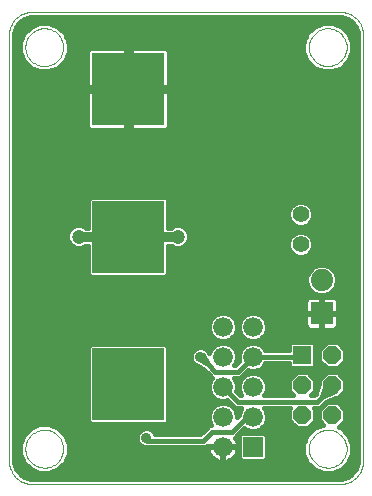
<source format=gbl>
G75*
G70*
%OFA0B0*%
%FSLAX24Y24*%
%IPPOS*%
%LPD*%
%AMOC8*
5,1,8,0,0,1.08239X$1,22.5*
%
%ADD10C,0.0000*%
%ADD11R,0.0600X0.0600*%
%ADD12OC8,0.0600*%
%ADD13R,0.0660X0.0660*%
%ADD14C,0.0660*%
%ADD15R,0.2390X0.2390*%
%ADD16R,0.0740X0.0740*%
%ADD17C,0.0740*%
%ADD18C,0.0551*%
%ADD19C,0.0320*%
%ADD20C,0.0472*%
%ADD21C,0.0160*%
%ADD22C,0.0356*%
D10*
X008994Y002307D02*
X008994Y016481D01*
X008996Y016535D01*
X009001Y016588D01*
X009010Y016641D01*
X009023Y016693D01*
X009039Y016745D01*
X009059Y016795D01*
X009082Y016843D01*
X009109Y016890D01*
X009138Y016935D01*
X009171Y016978D01*
X009206Y017018D01*
X009244Y017056D01*
X009284Y017091D01*
X009327Y017124D01*
X009372Y017153D01*
X009419Y017180D01*
X009467Y017203D01*
X009517Y017223D01*
X009569Y017239D01*
X009621Y017252D01*
X009674Y017261D01*
X009727Y017266D01*
X009781Y017268D01*
X020018Y017268D01*
X020072Y017266D01*
X020125Y017261D01*
X020178Y017252D01*
X020230Y017239D01*
X020282Y017223D01*
X020332Y017203D01*
X020380Y017180D01*
X020427Y017153D01*
X020472Y017124D01*
X020515Y017091D01*
X020555Y017056D01*
X020593Y017018D01*
X020628Y016978D01*
X020661Y016935D01*
X020690Y016890D01*
X020717Y016843D01*
X020740Y016795D01*
X020760Y016745D01*
X020776Y016693D01*
X020789Y016641D01*
X020798Y016588D01*
X020803Y016535D01*
X020805Y016481D01*
X020805Y002307D01*
X020803Y002253D01*
X020798Y002200D01*
X020789Y002147D01*
X020776Y002095D01*
X020760Y002043D01*
X020740Y001993D01*
X020717Y001945D01*
X020690Y001898D01*
X020661Y001853D01*
X020628Y001810D01*
X020593Y001770D01*
X020555Y001732D01*
X020515Y001697D01*
X020472Y001664D01*
X020427Y001635D01*
X020380Y001608D01*
X020332Y001585D01*
X020282Y001565D01*
X020230Y001549D01*
X020178Y001536D01*
X020125Y001527D01*
X020072Y001522D01*
X020018Y001520D01*
X009781Y001520D01*
X009727Y001522D01*
X009674Y001527D01*
X009621Y001536D01*
X009569Y001549D01*
X009517Y001565D01*
X009467Y001585D01*
X009419Y001608D01*
X009372Y001635D01*
X009327Y001664D01*
X009284Y001697D01*
X009244Y001732D01*
X009206Y001770D01*
X009171Y001810D01*
X009138Y001853D01*
X009109Y001898D01*
X009082Y001945D01*
X009059Y001993D01*
X009039Y002043D01*
X009023Y002095D01*
X009010Y002147D01*
X009001Y002200D01*
X008996Y002253D01*
X008994Y002307D01*
X009545Y002701D02*
X009547Y002751D01*
X009553Y002801D01*
X009563Y002850D01*
X009577Y002898D01*
X009594Y002945D01*
X009615Y002990D01*
X009640Y003034D01*
X009668Y003075D01*
X009700Y003114D01*
X009734Y003151D01*
X009771Y003185D01*
X009811Y003215D01*
X009853Y003242D01*
X009897Y003266D01*
X009943Y003287D01*
X009990Y003303D01*
X010038Y003316D01*
X010088Y003325D01*
X010137Y003330D01*
X010188Y003331D01*
X010238Y003328D01*
X010287Y003321D01*
X010336Y003310D01*
X010384Y003295D01*
X010430Y003277D01*
X010475Y003255D01*
X010518Y003229D01*
X010559Y003200D01*
X010598Y003168D01*
X010634Y003133D01*
X010666Y003095D01*
X010696Y003055D01*
X010723Y003012D01*
X010746Y002968D01*
X010765Y002922D01*
X010781Y002874D01*
X010793Y002825D01*
X010801Y002776D01*
X010805Y002726D01*
X010805Y002676D01*
X010801Y002626D01*
X010793Y002577D01*
X010781Y002528D01*
X010765Y002480D01*
X010746Y002434D01*
X010723Y002390D01*
X010696Y002347D01*
X010666Y002307D01*
X010634Y002269D01*
X010598Y002234D01*
X010559Y002202D01*
X010518Y002173D01*
X010475Y002147D01*
X010430Y002125D01*
X010384Y002107D01*
X010336Y002092D01*
X010287Y002081D01*
X010238Y002074D01*
X010188Y002071D01*
X010137Y002072D01*
X010088Y002077D01*
X010038Y002086D01*
X009990Y002099D01*
X009943Y002115D01*
X009897Y002136D01*
X009853Y002160D01*
X009811Y002187D01*
X009771Y002217D01*
X009734Y002251D01*
X009700Y002288D01*
X009668Y002327D01*
X009640Y002368D01*
X009615Y002412D01*
X009594Y002457D01*
X009577Y002504D01*
X009563Y002552D01*
X009553Y002601D01*
X009547Y002651D01*
X009545Y002701D01*
X018994Y002701D02*
X018996Y002751D01*
X019002Y002801D01*
X019012Y002850D01*
X019026Y002898D01*
X019043Y002945D01*
X019064Y002990D01*
X019089Y003034D01*
X019117Y003075D01*
X019149Y003114D01*
X019183Y003151D01*
X019220Y003185D01*
X019260Y003215D01*
X019302Y003242D01*
X019346Y003266D01*
X019392Y003287D01*
X019439Y003303D01*
X019487Y003316D01*
X019537Y003325D01*
X019586Y003330D01*
X019637Y003331D01*
X019687Y003328D01*
X019736Y003321D01*
X019785Y003310D01*
X019833Y003295D01*
X019879Y003277D01*
X019924Y003255D01*
X019967Y003229D01*
X020008Y003200D01*
X020047Y003168D01*
X020083Y003133D01*
X020115Y003095D01*
X020145Y003055D01*
X020172Y003012D01*
X020195Y002968D01*
X020214Y002922D01*
X020230Y002874D01*
X020242Y002825D01*
X020250Y002776D01*
X020254Y002726D01*
X020254Y002676D01*
X020250Y002626D01*
X020242Y002577D01*
X020230Y002528D01*
X020214Y002480D01*
X020195Y002434D01*
X020172Y002390D01*
X020145Y002347D01*
X020115Y002307D01*
X020083Y002269D01*
X020047Y002234D01*
X020008Y002202D01*
X019967Y002173D01*
X019924Y002147D01*
X019879Y002125D01*
X019833Y002107D01*
X019785Y002092D01*
X019736Y002081D01*
X019687Y002074D01*
X019637Y002071D01*
X019586Y002072D01*
X019537Y002077D01*
X019487Y002086D01*
X019439Y002099D01*
X019392Y002115D01*
X019346Y002136D01*
X019302Y002160D01*
X019260Y002187D01*
X019220Y002217D01*
X019183Y002251D01*
X019149Y002288D01*
X019117Y002327D01*
X019089Y002368D01*
X019064Y002412D01*
X019043Y002457D01*
X019026Y002504D01*
X019012Y002552D01*
X019002Y002601D01*
X018996Y002651D01*
X018994Y002701D01*
X018994Y016087D02*
X018996Y016137D01*
X019002Y016187D01*
X019012Y016236D01*
X019026Y016284D01*
X019043Y016331D01*
X019064Y016376D01*
X019089Y016420D01*
X019117Y016461D01*
X019149Y016500D01*
X019183Y016537D01*
X019220Y016571D01*
X019260Y016601D01*
X019302Y016628D01*
X019346Y016652D01*
X019392Y016673D01*
X019439Y016689D01*
X019487Y016702D01*
X019537Y016711D01*
X019586Y016716D01*
X019637Y016717D01*
X019687Y016714D01*
X019736Y016707D01*
X019785Y016696D01*
X019833Y016681D01*
X019879Y016663D01*
X019924Y016641D01*
X019967Y016615D01*
X020008Y016586D01*
X020047Y016554D01*
X020083Y016519D01*
X020115Y016481D01*
X020145Y016441D01*
X020172Y016398D01*
X020195Y016354D01*
X020214Y016308D01*
X020230Y016260D01*
X020242Y016211D01*
X020250Y016162D01*
X020254Y016112D01*
X020254Y016062D01*
X020250Y016012D01*
X020242Y015963D01*
X020230Y015914D01*
X020214Y015866D01*
X020195Y015820D01*
X020172Y015776D01*
X020145Y015733D01*
X020115Y015693D01*
X020083Y015655D01*
X020047Y015620D01*
X020008Y015588D01*
X019967Y015559D01*
X019924Y015533D01*
X019879Y015511D01*
X019833Y015493D01*
X019785Y015478D01*
X019736Y015467D01*
X019687Y015460D01*
X019637Y015457D01*
X019586Y015458D01*
X019537Y015463D01*
X019487Y015472D01*
X019439Y015485D01*
X019392Y015501D01*
X019346Y015522D01*
X019302Y015546D01*
X019260Y015573D01*
X019220Y015603D01*
X019183Y015637D01*
X019149Y015674D01*
X019117Y015713D01*
X019089Y015754D01*
X019064Y015798D01*
X019043Y015843D01*
X019026Y015890D01*
X019012Y015938D01*
X019002Y015987D01*
X018996Y016037D01*
X018994Y016087D01*
X009545Y016087D02*
X009547Y016137D01*
X009553Y016187D01*
X009563Y016236D01*
X009577Y016284D01*
X009594Y016331D01*
X009615Y016376D01*
X009640Y016420D01*
X009668Y016461D01*
X009700Y016500D01*
X009734Y016537D01*
X009771Y016571D01*
X009811Y016601D01*
X009853Y016628D01*
X009897Y016652D01*
X009943Y016673D01*
X009990Y016689D01*
X010038Y016702D01*
X010088Y016711D01*
X010137Y016716D01*
X010188Y016717D01*
X010238Y016714D01*
X010287Y016707D01*
X010336Y016696D01*
X010384Y016681D01*
X010430Y016663D01*
X010475Y016641D01*
X010518Y016615D01*
X010559Y016586D01*
X010598Y016554D01*
X010634Y016519D01*
X010666Y016481D01*
X010696Y016441D01*
X010723Y016398D01*
X010746Y016354D01*
X010765Y016308D01*
X010781Y016260D01*
X010793Y016211D01*
X010801Y016162D01*
X010805Y016112D01*
X010805Y016062D01*
X010801Y016012D01*
X010793Y015963D01*
X010781Y015914D01*
X010765Y015866D01*
X010746Y015820D01*
X010723Y015776D01*
X010696Y015733D01*
X010666Y015693D01*
X010634Y015655D01*
X010598Y015620D01*
X010559Y015588D01*
X010518Y015559D01*
X010475Y015533D01*
X010430Y015511D01*
X010384Y015493D01*
X010336Y015478D01*
X010287Y015467D01*
X010238Y015460D01*
X010188Y015457D01*
X010137Y015458D01*
X010088Y015463D01*
X010038Y015472D01*
X009990Y015485D01*
X009943Y015501D01*
X009897Y015522D01*
X009853Y015546D01*
X009811Y015573D01*
X009771Y015603D01*
X009734Y015637D01*
X009700Y015674D01*
X009668Y015713D01*
X009640Y015754D01*
X009615Y015798D01*
X009594Y015843D01*
X009577Y015890D01*
X009563Y015938D01*
X009553Y015987D01*
X009547Y016037D01*
X009545Y016087D01*
D11*
X018770Y005820D03*
D12*
X018770Y004820D03*
X018770Y003820D03*
X019770Y003820D03*
X019770Y004820D03*
X019770Y005820D03*
D13*
X017120Y002770D03*
D14*
X017120Y003770D03*
X017120Y004770D03*
X017120Y005770D03*
X017120Y006770D03*
X016120Y006770D03*
X016120Y005770D03*
X016120Y004770D03*
X016120Y003770D03*
X016120Y002770D03*
D15*
X012970Y004849D03*
X012970Y009770D03*
X012970Y014691D03*
D16*
X019420Y007220D03*
D17*
X019420Y008320D03*
D18*
X018720Y009520D03*
X018720Y010520D03*
D19*
X014620Y009770D02*
X012970Y009770D01*
X011320Y009770D01*
D20*
X011320Y009770D03*
X014620Y009770D03*
D21*
X014388Y010070D02*
X014305Y010070D01*
X014305Y011023D01*
X014223Y011105D01*
X011717Y011105D01*
X011635Y011023D01*
X011635Y010070D01*
X011552Y010070D01*
X011533Y010089D01*
X011395Y010146D01*
X011245Y010146D01*
X011107Y010089D01*
X011001Y009983D01*
X010944Y009845D01*
X010944Y009695D01*
X011001Y009557D01*
X011107Y009451D01*
X011245Y009394D01*
X011395Y009394D01*
X011533Y009451D01*
X011552Y009470D01*
X011635Y009470D01*
X011635Y008517D01*
X011717Y008435D01*
X014223Y008435D01*
X014305Y008517D01*
X014305Y009470D01*
X014388Y009470D01*
X014407Y009451D01*
X014545Y009394D01*
X014695Y009394D01*
X014833Y009451D01*
X014939Y009557D01*
X014996Y009695D01*
X014996Y009845D01*
X014939Y009983D01*
X014833Y010089D01*
X014695Y010146D01*
X014545Y010146D01*
X014407Y010089D01*
X014388Y010070D01*
X014397Y010079D02*
X014305Y010079D01*
X014305Y010238D02*
X018415Y010238D01*
X018368Y010285D02*
X018485Y010168D01*
X018637Y010104D01*
X018803Y010104D01*
X018955Y010168D01*
X019072Y010285D01*
X019136Y010437D01*
X019136Y010603D01*
X019072Y010755D01*
X018955Y010872D01*
X018803Y010936D01*
X018637Y010936D01*
X018485Y010872D01*
X018368Y010755D01*
X018304Y010603D01*
X018304Y010437D01*
X018368Y010285D01*
X018322Y010396D02*
X014305Y010396D01*
X014305Y010555D02*
X018304Y010555D01*
X018350Y010713D02*
X014305Y010713D01*
X014305Y010872D02*
X018484Y010872D01*
X018956Y010872D02*
X020625Y010872D01*
X020625Y011030D02*
X014298Y011030D01*
X014843Y010079D02*
X020625Y010079D01*
X020625Y009921D02*
X018839Y009921D01*
X018803Y009936D02*
X018637Y009936D01*
X018485Y009872D01*
X018368Y009755D01*
X018304Y009603D01*
X018304Y009437D01*
X018368Y009285D01*
X018485Y009168D01*
X018637Y009104D01*
X018803Y009104D01*
X018955Y009168D01*
X019072Y009285D01*
X019136Y009437D01*
X019136Y009603D01*
X019072Y009755D01*
X018955Y009872D01*
X018803Y009936D01*
X018601Y009921D02*
X014965Y009921D01*
X014996Y009762D02*
X018374Y009762D01*
X018305Y009604D02*
X014958Y009604D01*
X014819Y009445D02*
X018304Y009445D01*
X018367Y009287D02*
X014305Y009287D01*
X014305Y009445D02*
X014421Y009445D01*
X014305Y009128D02*
X018580Y009128D01*
X018860Y009128D02*
X020625Y009128D01*
X020625Y008970D02*
X014305Y008970D01*
X014305Y008811D02*
X019273Y008811D01*
X019319Y008830D02*
X019131Y008752D01*
X018988Y008609D01*
X018910Y008421D01*
X018910Y008219D01*
X018988Y008031D01*
X019131Y007888D01*
X019319Y007810D01*
X019521Y007810D01*
X019709Y007888D01*
X019852Y008031D01*
X019930Y008219D01*
X019930Y008421D01*
X019852Y008609D01*
X019709Y008752D01*
X019521Y008830D01*
X019319Y008830D01*
X019567Y008811D02*
X020625Y008811D01*
X020625Y008653D02*
X019809Y008653D01*
X019900Y008494D02*
X020625Y008494D01*
X020625Y008336D02*
X019930Y008336D01*
X019913Y008177D02*
X020625Y008177D01*
X020625Y008019D02*
X019840Y008019D01*
X019814Y007770D02*
X019440Y007770D01*
X019440Y007240D01*
X019400Y007240D01*
X019400Y007770D01*
X019026Y007770D01*
X018981Y007758D01*
X018939Y007734D01*
X018906Y007701D01*
X018882Y007659D01*
X018870Y007614D01*
X018870Y007240D01*
X019400Y007240D01*
X019400Y007200D01*
X019440Y007200D01*
X019440Y007240D01*
X019970Y007240D01*
X019970Y007614D01*
X019958Y007659D01*
X019934Y007701D01*
X019901Y007734D01*
X019859Y007758D01*
X019814Y007770D01*
X019933Y007702D02*
X020625Y007702D01*
X020625Y007860D02*
X019642Y007860D01*
X019440Y007702D02*
X019400Y007702D01*
X019400Y007543D02*
X019440Y007543D01*
X019440Y007385D02*
X019400Y007385D01*
X019400Y007226D02*
X017247Y007226D01*
X017213Y007240D02*
X017027Y007240D01*
X016854Y007168D01*
X016722Y007036D01*
X016650Y006863D01*
X016650Y006677D01*
X016722Y006504D01*
X016854Y006372D01*
X017027Y006300D01*
X017213Y006300D01*
X017386Y006372D01*
X017518Y006504D01*
X017590Y006677D01*
X017590Y006863D01*
X017518Y007036D01*
X017386Y007168D01*
X017213Y007240D01*
X016993Y007226D02*
X016247Y007226D01*
X016213Y007240D02*
X016386Y007168D01*
X016518Y007036D01*
X016590Y006863D01*
X016590Y006677D01*
X016518Y006504D01*
X016386Y006372D01*
X016213Y006300D01*
X016027Y006300D01*
X015854Y006372D01*
X015722Y006504D01*
X015650Y006677D01*
X015650Y006863D01*
X015722Y007036D01*
X015854Y007168D01*
X016027Y007240D01*
X016213Y007240D01*
X015993Y007226D02*
X009174Y007226D01*
X009174Y007068D02*
X015753Y007068D01*
X015669Y006909D02*
X009174Y006909D01*
X009174Y006751D02*
X015650Y006751D01*
X015685Y006592D02*
X009174Y006592D01*
X009174Y006434D02*
X015792Y006434D01*
X015854Y006168D02*
X015722Y006036D01*
X015664Y005896D01*
X015657Y005908D01*
X015640Y005950D01*
X015627Y005963D01*
X015604Y006004D01*
X015579Y006011D01*
X015550Y006040D01*
X015433Y006088D01*
X015307Y006088D01*
X015190Y006040D01*
X015100Y005950D01*
X015052Y005833D01*
X015052Y005707D01*
X015100Y005590D01*
X015129Y005561D01*
X015136Y005536D01*
X015136Y005536D01*
X015136Y005536D01*
X015177Y005513D01*
X015190Y005500D01*
X015231Y005483D01*
X015296Y005447D01*
X015459Y005358D01*
X015472Y005333D01*
X015505Y005324D01*
X015650Y005179D01*
X015757Y005072D01*
X015722Y005036D01*
X015650Y004863D01*
X015650Y004677D01*
X015722Y004504D01*
X015854Y004372D01*
X016027Y004300D01*
X016213Y004300D01*
X016260Y004319D01*
X016400Y004179D01*
X016529Y004050D01*
X016735Y004050D01*
X016722Y004036D01*
X016650Y003863D01*
X016650Y003811D01*
X016590Y003751D01*
X016590Y003863D01*
X016518Y004036D01*
X016386Y004168D01*
X016213Y004240D01*
X016027Y004240D01*
X015854Y004168D01*
X015722Y004036D01*
X015650Y003863D01*
X015650Y003677D01*
X015722Y003504D01*
X015735Y003490D01*
X015679Y003490D01*
X015550Y003361D01*
X015379Y003190D01*
X013865Y003190D01*
X013840Y003250D01*
X013750Y003340D01*
X013633Y003388D01*
X013507Y003388D01*
X013390Y003340D01*
X013300Y003250D01*
X013252Y003133D01*
X013252Y003007D01*
X013300Y002890D01*
X013390Y002800D01*
X013507Y002752D01*
X013517Y002752D01*
X013519Y002750D01*
X013598Y002750D01*
X013676Y002741D01*
X013679Y002743D01*
X013682Y002743D01*
X013690Y002750D01*
X015561Y002750D01*
X015610Y002799D01*
X015610Y002788D01*
X016102Y002788D01*
X015599Y002788D01*
X015610Y002752D02*
X015610Y002730D01*
X015623Y002651D01*
X015647Y002574D01*
X015684Y002503D01*
X015731Y002438D01*
X015788Y002381D01*
X015853Y002334D01*
X015924Y002297D01*
X016001Y002273D01*
X016080Y002260D01*
X016102Y002260D01*
X016102Y002752D01*
X016138Y002752D01*
X016138Y002788D01*
X016650Y002788D01*
X016630Y002788D02*
X016630Y002810D01*
X016617Y002889D01*
X016593Y002966D01*
X016556Y003037D01*
X016532Y003071D01*
X016640Y003179D01*
X016843Y003382D01*
X016854Y003372D01*
X017027Y003300D01*
X017213Y003300D01*
X017386Y003372D01*
X017518Y003504D01*
X017590Y003677D01*
X017590Y003863D01*
X017518Y004036D01*
X017505Y004050D01*
X018378Y004050D01*
X018330Y004002D01*
X018330Y003638D01*
X018588Y003380D01*
X018952Y003380D01*
X019210Y003638D01*
X019210Y004002D01*
X019162Y004050D01*
X019361Y004050D01*
X019533Y004222D01*
X019568Y004256D01*
X019859Y004380D01*
X019952Y004380D01*
X020020Y004448D01*
X020025Y004450D01*
X020025Y004450D01*
X020025Y004450D01*
X020027Y004455D01*
X020210Y004638D01*
X020210Y005002D01*
X019952Y005260D01*
X019588Y005260D01*
X019330Y005002D01*
X019330Y004877D01*
X019245Y004556D01*
X019222Y004533D01*
X019179Y004490D01*
X019062Y004490D01*
X019210Y004638D01*
X019210Y005002D01*
X018952Y005260D01*
X018588Y005260D01*
X018330Y005002D01*
X018330Y004638D01*
X018478Y004490D01*
X017505Y004490D01*
X017518Y004504D01*
X017590Y004677D01*
X017590Y004863D01*
X017518Y005036D01*
X017386Y005168D01*
X017213Y005240D01*
X017027Y005240D01*
X016854Y005168D01*
X016722Y005036D01*
X016650Y004863D01*
X016650Y004677D01*
X016722Y004504D01*
X016735Y004490D01*
X016711Y004490D01*
X016571Y004630D01*
X016590Y004677D01*
X016590Y004863D01*
X016518Y005036D01*
X016505Y005050D01*
X016711Y005050D01*
X016980Y005319D01*
X017027Y005300D01*
X017213Y005300D01*
X017386Y005372D01*
X017518Y005504D01*
X017538Y005550D01*
X017703Y005550D01*
X017703Y005550D01*
X018330Y005550D01*
X018330Y005462D01*
X018412Y005380D01*
X019128Y005380D01*
X019210Y005462D01*
X019210Y006178D01*
X019128Y006260D01*
X018412Y006260D01*
X018330Y006178D01*
X018330Y005990D01*
X017538Y005990D01*
X017518Y006036D01*
X017386Y006168D01*
X017213Y006240D01*
X017027Y006240D01*
X016854Y006168D01*
X016722Y006036D01*
X016650Y005863D01*
X016650Y005677D01*
X016669Y005630D01*
X016529Y005490D01*
X016505Y005490D01*
X016518Y005504D01*
X016590Y005677D01*
X016590Y005863D01*
X016518Y006036D01*
X016386Y006168D01*
X016213Y006240D01*
X016027Y006240D01*
X015854Y006168D01*
X015802Y006117D02*
X014290Y006117D01*
X014305Y006102D02*
X014223Y006184D01*
X011717Y006184D01*
X011635Y006102D01*
X011635Y003596D01*
X011717Y003514D01*
X014223Y003514D01*
X014305Y003596D01*
X014305Y006102D01*
X014305Y005958D02*
X015108Y005958D01*
X015052Y005800D02*
X014305Y005800D01*
X014305Y005641D02*
X015079Y005641D01*
X015232Y005483D02*
X014305Y005483D01*
X014305Y005324D02*
X015504Y005324D01*
X015663Y005166D02*
X014305Y005166D01*
X014305Y005007D02*
X015709Y005007D01*
X015650Y004849D02*
X014305Y004849D01*
X014305Y004690D02*
X015650Y004690D01*
X015710Y004532D02*
X014305Y004532D01*
X014305Y004373D02*
X015852Y004373D01*
X015965Y004215D02*
X014305Y004215D01*
X014305Y004056D02*
X015741Y004056D01*
X015664Y003898D02*
X014305Y003898D01*
X014305Y003739D02*
X015650Y003739D01*
X015690Y003581D02*
X014290Y003581D01*
X013826Y003264D02*
X015452Y003264D01*
X015611Y003422D02*
X010551Y003422D01*
X010634Y003388D02*
X010336Y003511D01*
X010014Y003511D01*
X009716Y003388D01*
X009489Y003160D01*
X009365Y002862D01*
X009365Y002540D01*
X009489Y002242D01*
X009716Y002014D01*
X010014Y001891D01*
X010336Y001891D01*
X010634Y002014D01*
X010862Y002242D01*
X010985Y002540D01*
X010985Y002862D01*
X010862Y003160D01*
X010634Y003388D01*
X010758Y003264D02*
X013314Y003264D01*
X013252Y003105D02*
X010884Y003105D01*
X010950Y002947D02*
X013277Y002947D01*
X013420Y002788D02*
X010985Y002788D01*
X010985Y002630D02*
X015629Y002630D01*
X015610Y002752D02*
X016102Y002752D01*
X016102Y002788D01*
X016138Y002788D02*
X016630Y002788D01*
X016630Y002752D02*
X016138Y002752D01*
X016138Y002260D01*
X016160Y002260D01*
X016239Y002273D01*
X016316Y002297D01*
X016387Y002334D01*
X016452Y002381D01*
X016509Y002438D01*
X016556Y002503D01*
X016593Y002574D01*
X016617Y002651D01*
X016630Y002730D01*
X016630Y002752D01*
X016611Y002630D02*
X016650Y002630D01*
X016650Y002471D02*
X016533Y002471D01*
X016650Y002382D02*
X016732Y002300D01*
X017508Y002300D01*
X017590Y002382D01*
X017590Y003158D01*
X017508Y003240D01*
X016732Y003240D01*
X016650Y003158D01*
X016650Y002382D01*
X016720Y002313D02*
X016345Y002313D01*
X016138Y002313D02*
X016102Y002313D01*
X016102Y002471D02*
X016138Y002471D01*
X016138Y002630D02*
X016102Y002630D01*
X015895Y002313D02*
X010891Y002313D01*
X010956Y002471D02*
X015707Y002471D01*
X015470Y002970D02*
X015770Y003270D01*
X016420Y003270D01*
X016920Y003770D01*
X017120Y003770D01*
X017550Y003581D02*
X018387Y003581D01*
X018330Y003739D02*
X017590Y003739D01*
X017576Y003898D02*
X018330Y003898D01*
X018546Y003422D02*
X017437Y003422D01*
X017590Y003105D02*
X018915Y003105D01*
X018937Y003160D02*
X018814Y002862D01*
X018814Y002540D01*
X018937Y002242D01*
X019165Y002014D01*
X019463Y001891D01*
X019785Y001891D01*
X020083Y002014D01*
X020311Y002242D01*
X020434Y002540D01*
X020434Y002862D01*
X020311Y003160D01*
X020083Y003388D01*
X019996Y003424D01*
X020210Y003638D01*
X020210Y004002D01*
X019952Y004260D01*
X019588Y004260D01*
X019330Y004002D01*
X019330Y003638D01*
X019459Y003509D01*
X019165Y003388D01*
X018937Y003160D01*
X019041Y003264D02*
X016725Y003264D01*
X016640Y003179D02*
X016640Y003179D01*
X016650Y003105D02*
X016566Y003105D01*
X016599Y002947D02*
X016650Y002947D01*
X016664Y003898D02*
X016576Y003898D01*
X016523Y004056D02*
X016499Y004056D01*
X016364Y004215D02*
X016275Y004215D01*
X016620Y004270D02*
X019270Y004270D01*
X019442Y004442D01*
X019557Y004876D01*
X019770Y004820D01*
X019856Y004617D01*
X019442Y004442D01*
X019770Y004770D01*
X019770Y004820D01*
X020104Y004532D02*
X020625Y004532D01*
X020625Y004690D02*
X020210Y004690D01*
X020210Y004849D02*
X020625Y004849D01*
X020625Y005007D02*
X020205Y005007D01*
X020047Y005166D02*
X020625Y005166D01*
X020625Y005324D02*
X017271Y005324D01*
X017389Y005166D02*
X018493Y005166D01*
X018335Y005007D02*
X017531Y005007D01*
X017590Y004849D02*
X018330Y004849D01*
X018330Y004690D02*
X017590Y004690D01*
X017530Y004532D02*
X018436Y004532D01*
X019104Y004532D02*
X019220Y004532D01*
X019210Y004690D02*
X019280Y004690D01*
X019322Y004849D02*
X019210Y004849D01*
X019205Y005007D02*
X019335Y005007D01*
X019493Y005166D02*
X019047Y005166D01*
X019210Y005483D02*
X019485Y005483D01*
X019588Y005380D02*
X019330Y005638D01*
X019330Y006002D01*
X019588Y006260D01*
X019952Y006260D01*
X020210Y006002D01*
X020210Y005638D01*
X019952Y005380D01*
X019588Y005380D01*
X019330Y005641D02*
X019210Y005641D01*
X019210Y005800D02*
X019330Y005800D01*
X019330Y005958D02*
X019210Y005958D01*
X019210Y006117D02*
X019444Y006117D01*
X019440Y006670D02*
X019814Y006670D01*
X019859Y006682D01*
X019901Y006706D01*
X019934Y006739D01*
X019958Y006781D01*
X019970Y006826D01*
X019970Y007200D01*
X019440Y007200D01*
X019440Y006670D01*
X019400Y006670D02*
X019400Y007200D01*
X018870Y007200D01*
X018870Y006826D01*
X018882Y006781D01*
X018906Y006739D01*
X018939Y006706D01*
X018981Y006682D01*
X019026Y006670D01*
X019400Y006670D01*
X019400Y006751D02*
X019440Y006751D01*
X019440Y006909D02*
X019400Y006909D01*
X019400Y007068D02*
X019440Y007068D01*
X019440Y007226D02*
X020625Y007226D01*
X020625Y007068D02*
X019970Y007068D01*
X019970Y006909D02*
X020625Y006909D01*
X020625Y006751D02*
X019940Y006751D01*
X019970Y007385D02*
X020625Y007385D01*
X020625Y007543D02*
X019970Y007543D01*
X019198Y007860D02*
X009174Y007860D01*
X009174Y007702D02*
X018907Y007702D01*
X018870Y007543D02*
X009174Y007543D01*
X009174Y007385D02*
X018870Y007385D01*
X018870Y007068D02*
X017487Y007068D01*
X017571Y006909D02*
X018870Y006909D01*
X018900Y006751D02*
X017590Y006751D01*
X017555Y006592D02*
X020625Y006592D01*
X020625Y006434D02*
X017448Y006434D01*
X017438Y006117D02*
X018330Y006117D01*
X018720Y005770D02*
X017612Y005770D01*
X017612Y005770D01*
X017120Y005770D01*
X016620Y005270D01*
X015870Y005270D01*
X015621Y005519D01*
X015323Y005684D01*
X015370Y005770D01*
X015456Y005817D01*
X015621Y005519D01*
X015370Y005770D01*
X015632Y005958D02*
X015689Y005958D01*
X015604Y006004D02*
X015604Y006004D01*
X015604Y006004D01*
X015296Y005447D02*
X015296Y005447D01*
X016120Y004770D02*
X016620Y004270D01*
X016670Y004532D02*
X016710Y004532D01*
X016650Y004690D02*
X016590Y004690D01*
X016590Y004849D02*
X016650Y004849D01*
X016709Y005007D02*
X016531Y005007D01*
X016827Y005166D02*
X016851Y005166D01*
X016665Y005641D02*
X016575Y005641D01*
X016590Y005800D02*
X016650Y005800D01*
X016689Y005958D02*
X016551Y005958D01*
X016438Y006117D02*
X016802Y006117D01*
X016792Y006434D02*
X016448Y006434D01*
X016555Y006592D02*
X016685Y006592D01*
X016650Y006751D02*
X016590Y006751D01*
X016571Y006909D02*
X016669Y006909D01*
X016753Y007068D02*
X016487Y007068D01*
X017497Y005483D02*
X018330Y005483D01*
X018720Y005770D02*
X018770Y005820D01*
X020055Y005483D02*
X020625Y005483D01*
X020625Y005641D02*
X020210Y005641D01*
X020210Y005800D02*
X020625Y005800D01*
X020625Y005958D02*
X020210Y005958D01*
X020096Y006117D02*
X020625Y006117D01*
X020625Y006275D02*
X009174Y006275D01*
X009174Y006117D02*
X011650Y006117D01*
X011635Y005958D02*
X009174Y005958D01*
X009174Y005800D02*
X011635Y005800D01*
X011635Y005641D02*
X009174Y005641D01*
X009174Y005483D02*
X011635Y005483D01*
X011635Y005324D02*
X009174Y005324D01*
X009174Y005166D02*
X011635Y005166D01*
X011635Y005007D02*
X009174Y005007D01*
X009174Y004849D02*
X011635Y004849D01*
X011635Y004690D02*
X009174Y004690D01*
X009174Y004532D02*
X011635Y004532D01*
X011635Y004373D02*
X009174Y004373D01*
X009174Y004215D02*
X011635Y004215D01*
X011635Y004056D02*
X009174Y004056D01*
X009174Y003898D02*
X011635Y003898D01*
X011635Y003739D02*
X009174Y003739D01*
X009174Y003581D02*
X011650Y003581D01*
X011670Y002970D02*
X010420Y003720D01*
X009799Y003422D02*
X009174Y003422D01*
X009174Y003264D02*
X009592Y003264D01*
X009466Y003105D02*
X009174Y003105D01*
X009174Y002947D02*
X009400Y002947D01*
X009365Y002788D02*
X009174Y002788D01*
X009174Y002630D02*
X009365Y002630D01*
X009394Y002471D02*
X009174Y002471D01*
X009174Y002313D02*
X009459Y002313D01*
X009577Y002154D02*
X009200Y002154D01*
X009181Y002212D02*
X009174Y002307D01*
X009174Y016481D01*
X009181Y016576D01*
X009240Y016756D01*
X009352Y016910D01*
X009506Y017022D01*
X009686Y017081D01*
X009781Y017088D01*
X020018Y017088D01*
X020113Y017081D01*
X020293Y017022D01*
X020447Y016910D01*
X020559Y016756D01*
X020618Y016576D01*
X020625Y016481D01*
X020625Y002307D01*
X020618Y002212D01*
X020559Y002032D01*
X020447Y001878D01*
X020293Y001766D01*
X020113Y001707D01*
X020018Y001700D01*
X019943Y001700D01*
X009781Y001700D01*
X009686Y001707D01*
X009506Y001766D01*
X009506Y001766D01*
X009352Y001878D01*
X009240Y002032D01*
X009181Y002212D01*
X009266Y001996D02*
X009762Y001996D01*
X009408Y001837D02*
X020391Y001837D01*
X020533Y001996D02*
X020037Y001996D01*
X020222Y002154D02*
X020599Y002154D01*
X020625Y002313D02*
X020340Y002313D01*
X020405Y002471D02*
X020625Y002471D01*
X020625Y002630D02*
X020434Y002630D01*
X020434Y002788D02*
X020625Y002788D01*
X020625Y002947D02*
X020399Y002947D01*
X020333Y003105D02*
X020625Y003105D01*
X020625Y003264D02*
X020207Y003264D01*
X020000Y003422D02*
X020625Y003422D01*
X020625Y003581D02*
X020153Y003581D01*
X020210Y003739D02*
X020625Y003739D01*
X020625Y003898D02*
X020210Y003898D01*
X020156Y004056D02*
X020625Y004056D01*
X020625Y004215D02*
X019998Y004215D01*
X019843Y004373D02*
X020625Y004373D01*
X019542Y004215D02*
X019526Y004215D01*
X019384Y004056D02*
X019367Y004056D01*
X019330Y003898D02*
X019210Y003898D01*
X019210Y003739D02*
X019330Y003739D01*
X019387Y003581D02*
X019153Y003581D01*
X019248Y003422D02*
X018994Y003422D01*
X018849Y002947D02*
X017590Y002947D01*
X017590Y002788D02*
X018814Y002788D01*
X018814Y002630D02*
X017590Y002630D01*
X017590Y002471D02*
X018843Y002471D01*
X018908Y002313D02*
X017520Y002313D01*
X019026Y002154D02*
X010773Y002154D01*
X010588Y001996D02*
X019211Y001996D01*
X015470Y002970D02*
X013610Y002970D01*
X013569Y003018D01*
X013570Y003070D01*
X013570Y003020D01*
X013610Y002970D01*
X009174Y008019D02*
X019000Y008019D01*
X018927Y008177D02*
X009174Y008177D01*
X009174Y008336D02*
X018910Y008336D01*
X018940Y008494D02*
X014282Y008494D01*
X014305Y008653D02*
X019031Y008653D01*
X019073Y009287D02*
X020625Y009287D01*
X020625Y009445D02*
X019136Y009445D01*
X019135Y009604D02*
X020625Y009604D01*
X020625Y009762D02*
X019066Y009762D01*
X019025Y010238D02*
X020625Y010238D01*
X020625Y010396D02*
X019118Y010396D01*
X019136Y010555D02*
X020625Y010555D01*
X020625Y010713D02*
X019090Y010713D01*
X020625Y011189D02*
X009174Y011189D01*
X009174Y011347D02*
X020625Y011347D01*
X020625Y011506D02*
X009174Y011506D01*
X009174Y011664D02*
X020625Y011664D01*
X020625Y011823D02*
X009174Y011823D01*
X009174Y011981D02*
X020625Y011981D01*
X020625Y012140D02*
X009174Y012140D01*
X009174Y012298D02*
X020625Y012298D01*
X020625Y012457D02*
X009174Y012457D01*
X009174Y012615D02*
X020625Y012615D01*
X020625Y012774D02*
X009174Y012774D01*
X009174Y012932D02*
X020625Y012932D01*
X020625Y013091D02*
X009174Y013091D01*
X009174Y013249D02*
X020625Y013249D01*
X020625Y013408D02*
X014321Y013408D01*
X014333Y013427D02*
X014345Y013473D01*
X014345Y014611D01*
X013050Y014611D01*
X013050Y013316D01*
X014189Y013316D01*
X014234Y013329D01*
X014275Y013352D01*
X014309Y013386D01*
X014333Y013427D01*
X014345Y013566D02*
X020625Y013566D01*
X020625Y013725D02*
X014345Y013725D01*
X014345Y013883D02*
X020625Y013883D01*
X020625Y014042D02*
X014345Y014042D01*
X014345Y014200D02*
X020625Y014200D01*
X020625Y014359D02*
X014345Y014359D01*
X014345Y014517D02*
X020625Y014517D01*
X020625Y014676D02*
X013050Y014676D01*
X013050Y014611D02*
X013050Y014771D01*
X014345Y014771D01*
X014345Y015910D01*
X014333Y015956D01*
X014309Y015997D01*
X014275Y016030D01*
X014234Y016054D01*
X014189Y016066D01*
X013050Y016066D01*
X013050Y014771D01*
X012890Y014771D01*
X012890Y014611D01*
X013050Y014611D01*
X013050Y014517D02*
X012890Y014517D01*
X012890Y014611D02*
X012890Y013316D01*
X011751Y013316D01*
X011706Y013329D01*
X011665Y013352D01*
X011631Y013386D01*
X011607Y013427D01*
X011595Y013473D01*
X011595Y014611D01*
X012890Y014611D01*
X012890Y014676D02*
X009174Y014676D01*
X009174Y014834D02*
X011595Y014834D01*
X011595Y014771D02*
X012890Y014771D01*
X012890Y016066D01*
X011751Y016066D01*
X011706Y016054D01*
X011665Y016030D01*
X011631Y015997D01*
X011607Y015956D01*
X011595Y015910D01*
X011595Y014771D01*
X011595Y014993D02*
X009174Y014993D01*
X009174Y015151D02*
X011595Y015151D01*
X011595Y015310D02*
X010415Y015310D01*
X010336Y015277D02*
X010634Y015400D01*
X010862Y015628D01*
X010985Y015926D01*
X010985Y016248D01*
X010862Y016546D01*
X010634Y016774D01*
X010336Y016897D01*
X010014Y016897D01*
X009716Y016774D01*
X009489Y016546D01*
X009365Y016248D01*
X009365Y015926D01*
X009489Y015628D01*
X009716Y015400D01*
X010014Y015277D01*
X010336Y015277D01*
X010702Y015468D02*
X011595Y015468D01*
X011595Y015627D02*
X010860Y015627D01*
X010927Y015785D02*
X011595Y015785D01*
X011604Y015944D02*
X010985Y015944D01*
X010985Y016102D02*
X018814Y016102D01*
X018814Y016248D02*
X018814Y015926D01*
X018937Y015628D01*
X019165Y015400D01*
X019463Y015277D01*
X019785Y015277D01*
X020083Y015400D01*
X020311Y015628D01*
X020434Y015926D01*
X020434Y016248D01*
X020311Y016546D01*
X020083Y016774D01*
X019785Y016897D01*
X019463Y016897D01*
X019165Y016774D01*
X018937Y016546D01*
X018814Y016248D01*
X018819Y016261D02*
X010980Y016261D01*
X010914Y016419D02*
X018885Y016419D01*
X018969Y016578D02*
X010830Y016578D01*
X010671Y016736D02*
X019128Y016736D01*
X019457Y016895D02*
X010342Y016895D01*
X010008Y016895D02*
X009341Y016895D01*
X009234Y016736D02*
X009679Y016736D01*
X009520Y016578D02*
X009182Y016578D01*
X009174Y016419D02*
X009436Y016419D01*
X009370Y016261D02*
X009174Y016261D01*
X009174Y016102D02*
X009365Y016102D01*
X009365Y015944D02*
X009174Y015944D01*
X009174Y015785D02*
X009424Y015785D01*
X009490Y015627D02*
X009174Y015627D01*
X009174Y015468D02*
X009649Y015468D01*
X009936Y015310D02*
X009174Y015310D01*
X009174Y014517D02*
X011595Y014517D01*
X011595Y014359D02*
X009174Y014359D01*
X009174Y014200D02*
X011595Y014200D01*
X011595Y014042D02*
X009174Y014042D01*
X009174Y013883D02*
X011595Y013883D01*
X011595Y013725D02*
X009174Y013725D01*
X009174Y013566D02*
X011595Y013566D01*
X011619Y013408D02*
X009174Y013408D01*
X009174Y011030D02*
X011642Y011030D01*
X011635Y010872D02*
X009174Y010872D01*
X009174Y010713D02*
X011635Y010713D01*
X011635Y010555D02*
X009174Y010555D01*
X009174Y010396D02*
X011635Y010396D01*
X011635Y010238D02*
X009174Y010238D01*
X009174Y010079D02*
X011097Y010079D01*
X010975Y009921D02*
X009174Y009921D01*
X009174Y009762D02*
X010944Y009762D01*
X010982Y009604D02*
X009174Y009604D01*
X009174Y009445D02*
X011121Y009445D01*
X011519Y009445D02*
X011635Y009445D01*
X011635Y009287D02*
X009174Y009287D01*
X009174Y009128D02*
X011635Y009128D01*
X011635Y008970D02*
X009174Y008970D01*
X009174Y008811D02*
X011635Y008811D01*
X011635Y008653D02*
X009174Y008653D01*
X009174Y008494D02*
X011658Y008494D01*
X011635Y010079D02*
X011543Y010079D01*
X012890Y013408D02*
X013050Y013408D01*
X013050Y013566D02*
X012890Y013566D01*
X012890Y013725D02*
X013050Y013725D01*
X013050Y013883D02*
X012890Y013883D01*
X012890Y014042D02*
X013050Y014042D01*
X013050Y014200D02*
X012890Y014200D01*
X012890Y014359D02*
X013050Y014359D01*
X013050Y014834D02*
X012890Y014834D01*
X012890Y014993D02*
X013050Y014993D01*
X013050Y015151D02*
X012890Y015151D01*
X012890Y015310D02*
X013050Y015310D01*
X013050Y015468D02*
X012890Y015468D01*
X012890Y015627D02*
X013050Y015627D01*
X013050Y015785D02*
X012890Y015785D01*
X012890Y015944D02*
X013050Y015944D01*
X014336Y015944D02*
X018814Y015944D01*
X018872Y015785D02*
X014345Y015785D01*
X014345Y015627D02*
X018939Y015627D01*
X019097Y015468D02*
X014345Y015468D01*
X014345Y015310D02*
X019384Y015310D01*
X019864Y015310D02*
X020625Y015310D01*
X020625Y015468D02*
X020150Y015468D01*
X020309Y015627D02*
X020625Y015627D01*
X020625Y015785D02*
X020376Y015785D01*
X020434Y015944D02*
X020625Y015944D01*
X020625Y016102D02*
X020434Y016102D01*
X020429Y016261D02*
X020625Y016261D01*
X020625Y016419D02*
X020363Y016419D01*
X020279Y016578D02*
X020617Y016578D01*
X020565Y016736D02*
X020120Y016736D01*
X019791Y016895D02*
X020458Y016895D01*
X020197Y017053D02*
X009602Y017053D01*
X014345Y015151D02*
X020625Y015151D01*
X020625Y014993D02*
X014345Y014993D01*
X014345Y014834D02*
X020625Y014834D01*
D22*
X015370Y005770D03*
X013570Y003070D03*
X011670Y002970D03*
M02*

</source>
